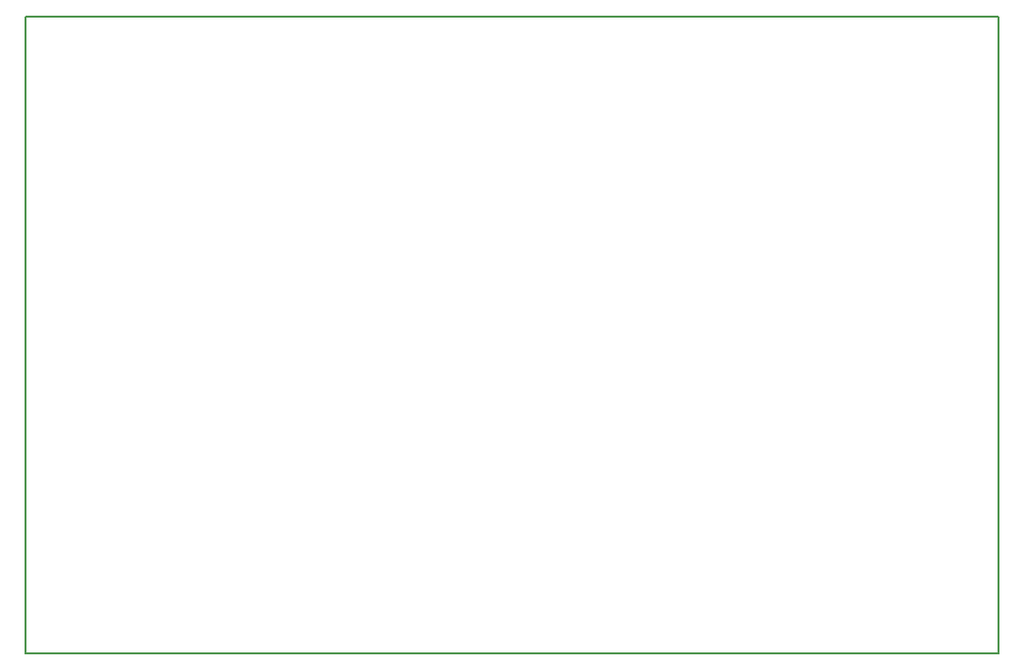
<source format=gm1>
%TF.GenerationSoftware,KiCad,Pcbnew,6.0.9-1.fc35*%
%TF.CreationDate,2023-01-19T10:10:12+00:00*%
%TF.ProjectId,grblPANEL,6772626c-5041-44e4-954c-2e6b69636164,rev?*%
%TF.SameCoordinates,Original*%
%TF.FileFunction,Profile,NP*%
%FSLAX46Y46*%
G04 Gerber Fmt 4.6, Leading zero omitted, Abs format (unit mm)*
G04 Created by KiCad (PCBNEW 6.0.9-1.fc35) date 2023-01-19 10:10:12*
%MOMM*%
%LPD*%
G01*
G04 APERTURE LIST*
%TA.AperFunction,Profile*%
%ADD10C,0.200000*%
%TD*%
G04 APERTURE END LIST*
D10*
X105000000Y-130000000D02*
X189000000Y-130000000D01*
X189000000Y-130000000D02*
X189000000Y-75000000D01*
X189000000Y-75000000D02*
X105000000Y-75000000D01*
X105000000Y-75000000D02*
X105000000Y-130000000D01*
M02*

</source>
